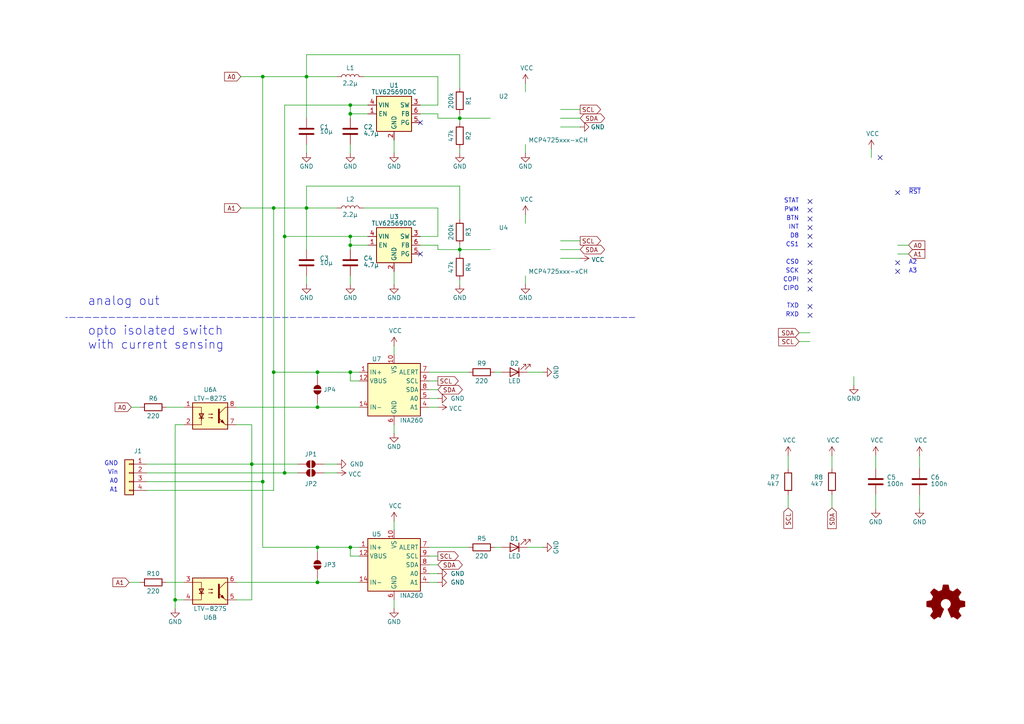
<source format=kicad_sch>
(kicad_sch (version 20231120) (generator "eeschema") (generator_version "8.0")
  (paper "A4")
  (title_block (title "ProMicro_ANA") (date "2020-06-01") (rev "v1.0") (company "nerdyscout"))
  (lib_symbols
    (symbol "Connector_Generic:Conn_01x04" (pin_names (offset 1.016) hide)
      (property "Reference" "J" (at 0 5.08 0))
      (property "Value" "Conn_01x04" (at 0 -7.62 0))
      (symbol "Conn_01x04_1_1"
        (rectangle (start -1.27 -4.953) (end 0 -5.207) (stroke (width 0.1524)))
        (rectangle (start -1.27 -2.413) (end 0 -2.667) (stroke (width 0.1524)))
        (rectangle (start -1.27 0.127) (end 0 -0.127) (stroke (width 0.1524)))
        (rectangle (start -1.27 2.667) (end 0 2.413) (stroke (width 0.1524)))
        (rectangle (start -1.27 3.81) (end 1.27 -6.35) (stroke (width 0.254)) (fill (type background)))
        (pin passive line (at -5.08 2.54 0) (length 3.81) (name "Pin_1") (number "1"))
        (pin passive line (at -5.08 0 0) (length 3.81) (name "Pin_2") (number "2"))
        (pin passive line (at -5.08 -2.54 0) (length 3.81) (name "Pin_3") (number "3"))
        (pin passive line (at -5.08 -5.08 0) (length 3.81) (name "Pin_4") (number "4"))
      )
    )
    (symbol "Device:C" (pin_numbers hide) (pin_names (offset 0.254))
      (property "Reference" "C" (at 0.635 2.54 0))
      (property "Value" "C" (at 0.635 -2.54 0))
      (symbol "C_0_1"
        (polyline (pts (xy -2.032 -0.762) (xy 2.032 -0.762)) (stroke (width 0.508)))
        (polyline (pts (xy -2.032 0.762) (xy 2.032 0.762)) (stroke (width 0.508)))
      )
      (symbol "C_1_1"
        (pin passive line (at 0 3.81 270) (length 2.794) (name "~") (number "1"))
        (pin passive line (at 0 -3.81 90) (length 2.794) (name "~") (number "2"))
      )
    )
    (symbol "Device:L" (pin_numbers hide) (pin_names (offset 1.016) hide)
      (property "Reference" "L" (at -1.27 0 90))
      (property "Value" "L" (at 1.905 0 90))
      (symbol "L_0_1"
        (arc (start 0 -2.54) (mid 0.6323 -1.905) (end 0 -1.27))
        (arc (start 0 -1.27) (mid 0.6323 -0.635) (end 0 0))
        (arc (start 0 0) (mid 0.6323 0.635) (end 0 1.27))
        (arc (start 0 1.27) (mid 0.6323 1.905) (end 0 2.54))
      )
      (symbol "L_1_1"
        (pin passive line (at 0 3.81 270) (length 1.27) (name "1") (number "1"))
        (pin passive line (at 0 -3.81 90) (length 1.27) (name "2") (number "2"))
      )
    )
    (symbol "Device:LED" (pin_numbers hide) (pin_names (offset 1.016) hide)
      (property "Reference" "D" (at 0 2.54 0))
      (property "Value" "LED" (at 0 -2.54 0))
      (symbol "LED_0_1"
        (polyline (pts (xy -1.27 -1.27) (xy -1.27 1.27)) (stroke (width 0.254)))
        (polyline (pts (xy -1.27 0) (xy 1.27 0)))
        (polyline (pts (xy 1.27 -1.27) (xy 1.27 1.27) (xy -1.27 0) (xy 1.27 -1.27)) (stroke (width 0.254)))
        (polyline (pts (xy -3.048 -0.762) (xy -4.572 -2.286) (xy -3.81 -2.286) (xy -4.572 -2.286) (xy -4.572 -1.524)))
        (polyline (pts (xy -1.778 -0.762) (xy -3.302 -2.286) (xy -2.54 -2.286) (xy -3.302 -2.286) (xy -3.302 -1.524)))
      )
      (symbol "LED_1_1"
        (pin passive line (at -3.81 0 0) (length 2.54) (name "K") (number "1"))
        (pin passive line (at 3.81 0 180) (length 2.54) (name "A") (number "2"))
      )
    )
    (symbol "Device:R" (pin_numbers hide) (pin_names (offset 0))
      (property "Reference" "R" (at 2.032 0 90))
      (property "Value" "R" (at 0 0 90))
      (symbol "R_0_1"
        (rectangle (start -1.016 -2.54) (end 1.016 2.54) (stroke (width 0.254)))
      )
      (symbol "R_1_1"
        (pin passive line (at 0 3.81 270) (length 1.27) (name "~") (number "1"))
        (pin passive line (at 0 -3.81 90) (length 1.27) (name "~") (number "2"))
      )
    )
    (symbol "Graphic:Logo_Open_Hardware_Small" (in_bom no) (on_board no)
      (symbol "Logo_Open_Hardware_Small_0_1"
        (polyline (pts (xy 3.3528 -4.3434) (xy 3.302 -4.318) (xy 3.175 -4.2418) (xy 2.9972 -4.1148) (xy 2.7686 -3.9624) (xy 2.54 -3.81) (xy 2.3622 -3.7084) (xy 2.2352 -3.6068) (xy 2.1844 -3.5814) (xy 2.159 -3.6068) (xy 2.0574 -3.6576) (xy 1.905 -3.7338) (xy 1.8034 -3.7846) (xy 1.6764 -3.8354) (xy 1.6002 -3.8354) (xy 1.6002 -3.8354) (xy 1.5494 -3.7338) (xy 1.4732 -3.5306) (xy 1.3462 -3.302) (xy 1.2446 -3.0226) (xy 1.1176 -2.7178) (xy 0.9652 -2.413) (xy 0.8636 -2.1082) (xy 0.7366 -1.8288) (xy 0.6604 -1.6256) (xy 0.6096 -1.4732) (xy 0.5842 -1.397) (xy 0.5842 -1.397) (xy 0.6604 -1.3208) (xy 0.7874 -1.2446) (xy 1.0414 -1.016) (xy 1.2954 -0.6858) (xy 1.4478 -0.3302) (xy 1.524 0.0762) (xy 1.4732 0.4572) (xy 1.3208 0.8128) (xy 1.0668 1.143) (xy 0.762 1.3716) (xy 0.4064 1.524) (xy 0 1.5748) (xy -0.381 1.5494) (xy -0.7366 1.397) (xy -1.0668 1.143) (xy -1.2192 0.9906) (xy -1.397 0.6604) (xy -1.524 0.3048) (xy -1.524 0.2286) (xy -1.4986 -0.1778) (xy -1.397 -0.5334) (xy -1.1938 -0.8636) (xy -0.9144 -1.143) (xy -0.8636 -1.1684) (xy -0.7366 -1.27) (xy -0.635 -1.3462) (xy -0.5842 -1.397) (xy -1.0668 -2.5908) (xy -1.143 -2.794) (xy -1.2954 -3.1242) (xy -1.397 -3.4036) (xy -1.4986 -3.6322) (xy -1.5748 -3.7846) (xy -1.6002 -3.8354) (xy -1.6002 -3.8354) (xy -1.651 -3.8354) (xy -1.7272 -3.81) (xy -1.905 -3.7338) (xy -2.0066 -3.683) (xy -2.1336 -3.6068) (xy -2.2098 -3.5814) (xy -2.2606 -3.6068) (xy -2.3622 -3.683) (xy -2.54 -3.81) (xy -2.7686 -3.9624) (xy -2.9718 -4.0894) (xy -3.1496 -4.2164) (xy -3.302 -4.318) (xy -3.3528 -4.3434) (xy -3.3782 -4.3434) (xy -3.429 -4.318) (xy -3.5306 -4.2164) (xy -3.7084 -4.064) (xy -3.937 -3.8354) (xy -3.9624 -3.81) (xy -4.1656 -3.6068) (xy -4.318 -3.4544) (xy -4.4196 -3.3274) (xy -4.445 -3.2766) (xy -4.445 -3.2766) (xy -4.4196 -3.2258) (xy -4.318 -3.0734) (xy -4.2164 -2.8956) (xy -4.064 -2.667) (xy -3.6576 -2.0828) (xy -3.8862 -1.5494) (xy -3.937 -1.3716) (xy -4.0386 -1.1684) (xy -4.0894 -1.0414) (xy -4.1148 -0.9652) (xy -4.191 -0.9398) (xy -4.318 -0.9144) (xy -4.5466 -0.8636) (xy -4.8006 -0.8128) (xy -5.0546 -0.7874) (xy -5.2578 -0.7366) (xy -5.4356 -0.7112) (xy -5.5118 -0.6858) (xy -5.5118 -0.6858) (xy -5.5372 -0.635) (xy -5.5372 -0.5588) (xy -5.5372 -0.4318) (xy -5.5626 -0.2286) (xy -5.5626 0.0762) (xy -5.5626 0.127) (xy -5.5372 0.4064) (xy -5.5372 0.635) (xy -5.5372 0.762) (xy -5.5372 0.8382) (xy -5.5372 0.8382) (xy -5.461 0.8382) (xy -5.3086 0.889) (xy -5.08 0.9144) (xy -4.826 0.9652) (xy -4.8006 0.9906) (xy -4.5466 1.0414) (xy -4.318 1.0668) (xy -4.1656 1.1176) (xy -4.0894 1.143) (xy -4.0894 1.143) (xy -4.0386 1.2446) (xy -3.9624 1.4224) (xy -3.8608 1.6256) (xy -3.7846 1.8288) (xy -3.7084 2.0066) (xy -3.6576 2.159) (xy -3.6322 2.2098) (xy -3.6322 2.2098) (xy -3.683 2.286) (xy -3.7592 2.413) (xy -3.8862 2.5908) (xy -4.064 2.8194) (xy -4.064 2.8448) (xy -4.2164 3.0734) (xy -4.3434 3.2512) (xy -4.4196 3.3782) (xy -4.445 3.4544) (xy -4.445 3.4544) (xy -4.3942 3.5052) (xy -4.2926 3.6322) (xy -4.1148 3.81) (xy -3.937 4.0132) (xy -3.8608 4.064) (xy -3.6576 4.2926) (xy -3.5052 4.4196) (xy -3.4036 4.4958) (xy -3.3528 4.5212) (xy -3.3528 4.5212) (xy -3.302 4.4704) (xy -3.1496 4.3688) (xy -2.9718 4.2418) (xy -2.7432 4.0894) (xy -2.7178 4.0894) (xy -2.4892 3.937) (xy -2.3114 3.81) (xy -2.1844 3.7084) (xy -2.1336 3.683) (xy -2.1082 3.683) (xy -2.032 3.7084) (xy -1.8542 3.7592) (xy -1.6764 3.8354) (xy -1.4732 3.937) (xy -1.27 4.0132) (xy -1.143 4.064) (xy -1.0668 4.1148) (xy -1.0668 4.1148) (xy -1.0414 4.191) (xy -1.016 4.3434) (xy -0.9652 4.572) (xy -0.9144 4.8514) (xy -0.889 4.9022) (xy -0.8382 5.1562) (xy -0.8128 5.3848) (xy -0.7874 5.5372) (xy -0.762 5.588) (xy -0.7112 5.6134) (xy -0.5842 5.6134) (xy -0.4064 5.6134) (xy -0.1524 5.6134) (xy 0.0762 5.6134) (xy 0.3302 5.6134) (xy 0.5334 5.6134) (xy 0.6858 5.588) (xy 0.7366 5.588) (xy 0.7366 5.588) (xy 0.762 5.5118) (xy 0.8128 5.334) (xy 0.8382 5.1054) (xy 0.9144 4.826) (xy 0.9144 4.7752) (xy 0.9652 4.5212) (xy 1.016 4.2926) (xy 1.0414 4.1402) (xy 1.0668 4.0894) (xy 1.0668 4.0894) (xy 1.1938 4.0386) (xy 1.3716 3.9624) (xy 1.5748 3.8608) (xy 2.0828 3.6576) (xy 2.7178 4.0894) (xy 2.7686 4.1402) (xy 2.9972 4.2926) (xy 3.175 4.4196) (xy 3.302 4.4958) (xy 3.3782 4.5212) (xy 3.3782 4.5212) (xy 3.429 4.4704) (xy 3.556 4.3434) (xy 3.7338 4.191) (xy 3.9116 3.9878) (xy 4.064 3.8354) (xy 4.2418 3.6576) (xy 4.3434 3.556) (xy 4.4196 3.4798) (xy 4.4196 3.429) (xy 4.4196 3.4036) (xy 4.3942 3.3274) (xy 4.2926 3.2004) (xy 4.1656 2.9972) (xy 4.0132 2.794) (xy 3.8862 2.5908) (xy 3.7592 2.3876) (xy 3.6576 2.2352) (xy 3.6322 2.159) (xy 3.6322 2.1336) (xy 3.683 2.0066) (xy 3.7592 1.8288) (xy 3.8608 1.6002) (xy 4.064 1.1176) (xy 4.3942 1.0414) (xy 4.5974 1.016) (xy 4.8768 0.9652) (xy 5.1308 0.9144) (xy 5.5372 0.8382) (xy 5.5626 -0.6604) (xy 5.4864 -0.6858) (xy 5.4356 -0.6858) (xy 5.2832 -0.7366) (xy 5.0546 -0.762) (xy 4.8006 -0.8128) (xy 4.5974 -0.8636) (xy 4.3688 -0.9144) (xy 4.2164 -0.9398) (xy 4.1402 -0.9398) (xy 4.1148 -0.9652) (xy 4.064 -1.0668) (xy 3.9878 -1.2446) (xy 3.9116 -1.4478) (xy 3.81 -1.651) (xy 3.7338 -1.8542) (xy 3.683 -2.0066) (xy 3.6576 -2.0828) (xy 3.683 -2.1336) (xy 3.7846 -2.2606) (xy 3.8862 -2.4638) (xy 4.0386 -2.667) (xy 4.191 -2.8956) (xy 4.318 -3.0734) (xy 4.3942 -3.2004) (xy 4.445 -3.2766) (xy 4.4196 -3.3274) (xy 4.3434 -3.429) (xy 4.1656 -3.5814) (xy 3.937 -3.8354) (xy 3.8862 -3.8608) (xy 3.683 -4.064) (xy 3.5306 -4.2164) (xy 3.4036 -4.318) (xy 3.3528 -4.3434)) (fill (type outline)))
      )
    )
    (symbol "Isolator:LTV-827S" (pin_names (offset 1.016))
      (property "Reference" "U" (at -3.81 5.08 0))
      (property "Value" "LTV-827S" (at 0 -5.08 0))
      (symbol "LTV-827S_0_1"
        (rectangle (start -5.08 3.81) (end 5.08 -3.81) (stroke (width 0.254)) (fill (type background)))
        (polyline (pts (xy -3.175 -0.635) (xy -1.905 -0.635)) (stroke (width 0.254)))
        (polyline (pts (xy 2.54 0.635) (xy 4.445 2.54)))
        (polyline (pts (xy 4.445 -2.54) (xy 2.54 -0.635)) (fill (type outline)))
        (polyline (pts (xy 4.445 -2.54) (xy 5.08 -2.54)))
        (polyline (pts (xy 4.445 2.54) (xy 5.08 2.54)))
        (polyline (pts (xy -2.54 -0.635) (xy -2.54 -2.54) (xy -5.08 -2.54)))
        (polyline (pts (xy 2.54 1.905) (xy 2.54 -1.905) (xy 2.54 -1.905)) (stroke (width 0.508)))
        (polyline (pts (xy -5.08 2.54) (xy -2.54 2.54) (xy -2.54 -1.27) (xy -2.54 0.635)))
        (polyline (pts (xy -2.54 -0.635) (xy -3.175 0.635) (xy -1.905 0.635) (xy -2.54 -0.635)) (stroke (width 0.254)))
        (polyline (pts (xy -0.508 -0.508) (xy 0.762 -0.508) (xy 0.381 -0.635) (xy 0.381 -0.381) (xy 0.762 -0.508)))
        (polyline (pts (xy -0.508 0.508) (xy 0.762 0.508) (xy 0.381 0.381) (xy 0.381 0.635) (xy 0.762 0.508)))
        (polyline (pts (xy 3.048 -1.651) (xy 3.556 -1.143) (xy 4.064 -2.159) (xy 3.048 -1.651) (xy 3.048 -1.651)) (fill (type outline)))
      )
      (symbol "LTV-827S_1_1"
        (pin passive line (at -7.62 2.54 0) (length 2.54) (name "~") (number "1"))
        (pin passive line (at -7.62 -2.54 0) (length 2.54) (name "~") (number "2"))
        (pin passive line (at 7.62 -2.54 180) (length 2.54) (name "~") (number "7"))
        (pin passive line (at 7.62 2.54 180) (length 2.54) (name "~") (number "8"))
      )
      (symbol "LTV-827S_2_1"
        (pin passive line (at -7.62 2.54 0) (length 2.54) (name "~") (number "3"))
        (pin passive line (at -7.62 -2.54 0) (length 2.54) (name "~") (number "4"))
        (pin passive line (at 7.62 -2.54 180) (length 2.54) (name "~") (number "5"))
        (pin passive line (at 7.62 2.54 180) (length 2.54) (name "~") (number "6"))
      )
    )
    (symbol "Jumper:SolderJumper_2_Open" (pin_numbers hide) (pin_names (offset 0) hide) (exclude_from_sim yes) (in_bom no)
      (property "Reference" "JP" (at 0 2.032 0))
      (property "Value" "SolderJumper_2_Open" (at 0 -2.54 0))
      (symbol "SolderJumper_2_Open_0_1"
        (arc (start -0.254 1.016) (mid -1.2656 0) (end -0.254 -1.016))
        (arc (start -0.254 1.016) (mid -1.2656 0) (end -0.254 -1.016) (fill (type outline)))
        (polyline (pts (xy -0.254 1.016) (xy -0.254 -1.016)))
        (polyline (pts (xy 0.254 1.016) (xy 0.254 -1.016)))
        (arc (start 0.254 -1.016) (mid 1.2656 0) (end 0.254 1.016))
        (arc (start 0.254 -1.016) (mid 1.2656 0) (end 0.254 1.016) (fill (type outline)))
      )
      (symbol "SolderJumper_2_Open_1_1"
        (pin passive line (at -3.81 0 0) (length 2.54) (name "A") (number "1"))
        (pin passive line (at 3.81 0 180) (length 2.54) (name "B") (number "2"))
      )
    )
    (symbol "Regulator_Switching:TLV62569DDC"
      (property "Reference" "U" (at -5.08 6.35 0))
      (property "Value" "TLV62569DDC" (at 0 6.35 0))
      (symbol "TLV62569DDC_0_1"
        (rectangle (start -5.08 5.08) (end 5.08 -5.08) (stroke (width 0.254)) (fill (type background)))
      )
      (symbol "TLV62569DDC_1_1"
        (pin input line (at -7.62 0 0) (length 2.54) (name "EN") (number "1"))
        (pin power_in line (at 0 -7.62 90) (length 2.54) (name "GND") (number "2"))
        (pin power_out line (at 7.62 2.54 180) (length 2.54) (name "SW") (number "3"))
        (pin power_in line (at -7.62 2.54 0) (length 2.54) (name "VIN") (number "4"))
        (pin open_collector line (at 7.62 -2.54 180) (length 2.54) (name "PG") (number "5"))
        (pin input line (at 7.62 0 180) (length 2.54) (name "FB") (number "6"))
      )
    )
    (symbol "Sensor:INA260"
      (property "Reference" "U" (at -6.35 8.89 0))
      (property "Value" "INA260" (at 2.54 8.89 0))
      (symbol "INA260_0_1"
        (rectangle (start -7.62 7.62) (end 7.62 -7.62) (stroke (width 0.254)) (fill (type background)))
      )
      (symbol "INA260_1_1"
        (pin passive line (at -10.16 5.08 0) (length 2.54) (name "IN+") (number "1"))
        (pin power_in line (at 0 10.16 270) (length 2.54) (name "VS") (number "10"))
        (pin passive line (at 0 -10.16 90) (length 2.54) hide (name "GND") (number "11"))
        (pin passive line (at -10.16 2.54 0) (length 2.54) (name "VBUS") (number "12"))
        (pin no_connect line (at 2.54 -7.62 90) (length 2.54) hide (name "NC") (number "13"))
        (pin passive line (at -10.16 -5.08 0) (length 2.54) (name "IN-") (number "14"))
        (pin passive line (at -10.16 -5.08 0) (length 2.54) hide (name "IN-") (number "15"))
        (pin passive line (at -10.16 -5.08 0) (length 2.54) hide (name "IN-") (number "16"))
        (pin passive line (at -10.16 5.08 0) (length 2.54) hide (name "IN+") (number "2"))
        (pin passive line (at -10.16 5.08 0) (length 2.54) hide (name "IN+") (number "3"))
        (pin input line (at 10.16 -5.08 180) (length 2.54) (name "A1") (number "4"))
        (pin input line (at 10.16 -2.54 180) (length 2.54) (name "A0") (number "5"))
        (pin power_in line (at 0 -10.16 90) (length 2.54) (name "GND") (number "6"))
        (pin open_collector line (at 10.16 5.08 180) (length 2.54) (name "ALERT") (number "7"))
        (pin bidirectional line (at 10.16 0 180) (length 2.54) (name "SDA") (number "8"))
        (pin input line (at 10.16 2.54 180) (length 2.54) (name "SCL") (number "9"))
      )
    )
    (symbol "power:GND" (power) (pin_numbers hide) (pin_names (offset 0) hide)
      (property "Value" "GND" (at 0 -3.81 0))
      (symbol "GND_0_1"
        (polyline (pts (xy 0 0) (xy 0 -1.27) (xy 1.27 -1.27) (xy 0 -2.54) (xy -1.27 -1.27) (xy 0 -1.27)))
      )
      (symbol "GND_1_1"
        (pin power_in line (at 0 0 270) (length 0) (name "~") (number "1"))
      )
    )
    (symbol "power:VCC" (power) (pin_numbers hide) (pin_names (offset 0) hide)
      (property "Value" "VCC" (at 0 3.556 0))
      (symbol "VCC_0_1"
        (polyline (pts (xy -0.762 1.27) (xy 0 2.54)))
        (polyline (pts (xy 0 0) (xy 0 2.54)))
        (polyline (pts (xy 0 2.54) (xy 0.762 1.27)))
      )
      (symbol "VCC_1_1"
        (pin power_in line (at 0 0 90) (length 0) (name "~") (number "1"))
      )
    )
  )
  (junction (at 73.025 134.62))
  (junction (at 133.35 72.39))
  (junction (at 101.6 71.12))
  (junction (at 133.35 34.29))
  (junction (at 76.2 22.225))
  (junction (at 101.6 107.95))
  (junction (at 92.075 107.95))
  (junction (at 92.075 158.75))
  (junction (at 101.6 33.02))
  (junction (at 76.2 139.7))
  (junction (at 82.55 68.58))
  (junction (at 92.075 118.11))
  (junction (at 101.6 158.75))
  (junction (at 79.375 107.95))
  (junction (at 101.6 68.58))
  (junction (at 79.375 60.325))
  (junction (at 88.9 22.225))
  (junction (at 50.8 173.99))
  (junction (at 101.6 30.48))
  (junction (at 88.9 60.325))
  (junction (at 92.075 168.91))
  (junction (at 82.55 137.16))
  (no_connect (at 260.35 55.88))
  (no_connect (at 234.95 58.42))
  (no_connect (at 234.95 66.04))
  (no_connect (at 121.92 73.66))
  (no_connect (at 234.95 81.28))
  (no_connect (at 234.95 68.58))
  (no_connect (at 255.27 45.72))
  (no_connect (at 234.95 76.2))
  (no_connect (at 234.95 78.74))
  (no_connect (at 234.95 60.96))
  (no_connect (at 234.95 91.44))
  (no_connect (at 260.35 76.2))
  (no_connect (at 260.35 78.74))
  (no_connect (at 234.95 88.9))
  (no_connect (at 234.95 71.12))
  (no_connect (at 121.92 35.56))
  (no_connect (at 234.95 63.5))
  (no_connect (at 234.95 83.82))
  (wire (pts (xy 152.4 82.55) (xy 152.4 80.01)))
  (wire (pts (xy 254 143.51) (xy 254 147.574)))
  (wire (pts (xy 133.35 34.29) (xy 142.24 34.29)))
  (wire (pts (xy 105.41 60.325) (xy 127 60.325)))
  (wire (pts (xy 42.545 142.24) (xy 79.375 142.24)))
  (wire (pts (xy 133.35 73.66) (xy 133.35 72.39)))
  (wire (pts (xy 92.075 168.91) (xy 104.14 168.91)))
  (wire (pts (xy 228.6 132.08) (xy 228.6 135.89)))
  (wire (pts (xy 127 33.02) (xy 127 34.29)))
  (wire (pts (xy 101.6 110.49) (xy 101.6 107.95)))
  (wire (pts (xy 92.075 116.84) (xy 92.075 118.11)))
  (wire (pts (xy 88.9 60.325) (xy 88.9 53.975)))
  (polyline (pts (xy 184.15 92.075) (xy 19.05 92.075)) (stroke (width 0) (type dash)))
  (wire (pts (xy 254 132.08) (xy 254 135.89)))
  (wire (pts (xy 133.35 34.29) (xy 133.35 33.02)))
  (wire (pts (xy 92.075 158.75) (xy 101.6 158.75)))
  (wire (pts (xy 114.3 82.55) (xy 114.3 78.74)))
  (wire (pts (xy 145.415 107.95) (xy 143.51 107.95)))
  (wire (pts (xy 124.46 118.11) (xy 127 118.11)))
  (wire (pts (xy 101.6 107.95) (xy 104.14 107.95)))
  (wire (pts (xy 82.55 68.58) (xy 82.55 137.16)))
  (wire (pts (xy 104.14 158.75) (xy 101.6 158.75)))
  (wire (pts (xy 127 60.325) (xy 127 68.58)))
  (wire (pts (xy 88.9 80.01) (xy 88.9 82.55)))
  (wire (pts (xy 266.7 132.08) (xy 266.7 135.89)))
  (wire (pts (xy 127 168.91) (xy 124.46 168.91)))
  (wire (pts (xy 68.58 118.11) (xy 92.075 118.11)))
  (wire (pts (xy 114.3 153.67) (xy 114.3 151.13)))
  (wire (pts (xy 88.9 22.225) (xy 76.2 22.225)))
  (wire (pts (xy 168.275 31.75) (xy 162.56 31.75)))
  (wire (pts (xy 152.4 44.45) (xy 152.4 41.91)))
  (wire (pts (xy 263.525 71.12) (xy 260.35 71.12)))
  (wire (pts (xy 101.6 33.02) (xy 101.6 30.48)))
  (wire (pts (xy 133.35 72.39) (xy 133.35 71.12)))
  (wire (pts (xy 101.6 71.12) (xy 101.6 68.58)))
  (wire (pts (xy 68.58 168.91) (xy 92.075 168.91)))
  (wire (pts (xy 92.075 160.02) (xy 92.075 158.75)))
  (wire (pts (xy 38.1 118.11) (xy 40.64 118.11)))
  (wire (pts (xy 76.2 139.7) (xy 42.545 139.7)))
  (wire (pts (xy 157.48 158.75) (xy 153.035 158.75)))
  (wire (pts (xy 127 71.12) (xy 127 72.39)))
  (wire (pts (xy 104.14 161.29) (xy 101.6 161.29)))
  (wire (pts (xy 105.41 22.225) (xy 127 22.225)))
  (wire (pts (xy 42.545 137.16) (xy 82.55 137.16)))
  (wire (pts (xy 114.3 176.53) (xy 114.3 173.99)))
  (wire (pts (xy 86.36 137.16) (xy 82.55 137.16)))
  (wire (pts (xy 168.275 74.93) (xy 162.56 74.93)))
  (wire (pts (xy 133.35 53.975) (xy 133.35 63.5)))
  (wire (pts (xy 101.6 30.48) (xy 106.68 30.48)))
  (wire (pts (xy 135.89 158.75) (xy 124.46 158.75)))
  (wire (pts (xy 231.775 99.06) (xy 234.95 99.06)))
  (wire (pts (xy 73.025 123.19) (xy 73.025 134.62)))
  (wire (pts (xy 121.92 71.12) (xy 127 71.12)))
  (wire (pts (xy 50.8 173.99) (xy 50.8 123.19)))
  (wire (pts (xy 127 163.83) (xy 124.46 163.83)))
  (wire (pts (xy 247.65 109.22) (xy 247.65 111.76)))
  (wire (pts (xy 127 115.57) (xy 124.46 115.57)))
  (wire (pts (xy 241.3 132.08) (xy 241.3 135.89)))
  (wire (pts (xy 76.2 158.75) (xy 76.2 139.7)))
  (wire (pts (xy 124.46 161.29) (xy 127 161.29)))
  (wire (pts (xy 133.35 82.55) (xy 133.35 81.28)))
  (wire (pts (xy 101.6 161.29) (xy 101.6 158.75)))
  (wire (pts (xy 88.9 72.39) (xy 88.9 60.325)))
  (wire (pts (xy 79.375 107.95) (xy 79.375 60.325)))
  (wire (pts (xy 127 113.03) (xy 124.46 113.03)))
  (wire (pts (xy 82.55 30.48) (xy 101.6 30.48)))
  (wire (pts (xy 92.075 167.64) (xy 92.075 168.91)))
  (wire (pts (xy 241.3 143.51) (xy 241.3 147.32)))
  (wire (pts (xy 101.6 44.45) (xy 101.6 41.91)))
  (wire (pts (xy 101.6 72.39) (xy 101.6 71.12)))
  (wire (pts (xy 82.55 68.58) (xy 101.6 68.58)))
  (wire (pts (xy 88.9 34.29) (xy 88.9 22.225)))
  (wire (pts (xy 88.9 41.91) (xy 88.9 44.45)))
  (wire (pts (xy 101.6 82.55) (xy 101.6 80.01)))
  (wire (pts (xy 101.6 34.29) (xy 101.6 33.02)))
  (wire (pts (xy 97.79 134.62) (xy 93.98 134.62)))
  (wire (pts (xy 114.3 44.45) (xy 114.3 40.64)))
  (wire (pts (xy 133.35 44.45) (xy 133.35 43.18)))
  (wire (pts (xy 50.8 176.53) (xy 50.8 173.99)))
  (wire (pts (xy 234.95 96.52) (xy 231.775 96.52)))
  (wire (pts (xy 127 72.39) (xy 133.35 72.39)))
  (wire (pts (xy 73.025 173.99) (xy 68.58 173.99)))
  (wire (pts (xy 97.79 60.325) (xy 88.9 60.325)))
  (wire (pts (xy 152.4 62.23) (xy 152.4 64.77)))
  (wire (pts (xy 127 34.29) (xy 133.35 34.29)))
  (wire (pts (xy 114.3 125.73) (xy 114.3 123.19)))
  (wire (pts (xy 133.35 35.56) (xy 133.35 34.29)))
  (wire (pts (xy 127 166.37) (xy 124.46 166.37)))
  (wire (pts (xy 114.3 102.87) (xy 114.3 100.33)))
  (wire (pts (xy 157.48 107.95) (xy 153.035 107.95)))
  (wire (pts (xy 76.2 22.225) (xy 76.2 139.7)))
  (wire (pts (xy 168.275 36.83) (xy 162.56 36.83)))
  (wire (pts (xy 260.35 73.66) (xy 263.525 73.66)))
  (wire (pts (xy 135.89 107.95) (xy 124.46 107.95)))
  (wire (pts (xy 88.9 53.975) (xy 133.35 53.975)))
  (wire (pts (xy 121.92 33.02) (xy 127 33.02)))
  (wire (pts (xy 101.6 68.58) (xy 106.68 68.58)))
  (wire (pts (xy 104.14 110.49) (xy 101.6 110.49)))
  (wire (pts (xy 168.275 69.85) (xy 162.56 69.85)))
  (wire (pts (xy 121.92 68.58) (xy 127 68.58)))
  (wire (pts (xy 48.26 168.91) (xy 53.34 168.91)))
  (wire (pts (xy 53.34 123.19) (xy 50.8 123.19)))
  (wire (pts (xy 76.2 158.75) (xy 92.075 158.75)))
  (wire (pts (xy 53.34 173.99) (xy 50.8 173.99)))
  (wire (pts (xy 48.26 118.11) (xy 53.34 118.11)))
  (wire (pts (xy 252.73 43.18) (xy 252.73 45.72)))
  (wire (pts (xy 145.415 158.75) (xy 143.51 158.75)))
  (wire (pts (xy 88.9 60.325) (xy 79.375 60.325)))
  (wire (pts (xy 266.7 143.51) (xy 266.7 147.574)))
  (wire (pts (xy 106.68 71.12) (xy 101.6 71.12)))
  (wire (pts (xy 92.075 107.95) (xy 79.375 107.95)))
  (wire (pts (xy 106.68 33.02) (xy 101.6 33.02)))
  (wire (pts (xy 86.36 134.62) (xy 73.025 134.62)))
  (wire (pts (xy 133.35 15.875) (xy 88.9 15.875)))
  (wire (pts (xy 69.85 22.225) (xy 76.2 22.225)))
  (wire (pts (xy 92.075 118.11) (xy 104.14 118.11)))
  (wire (pts (xy 68.58 123.19) (xy 73.025 123.19)))
  (wire (pts (xy 93.98 137.16) (xy 97.79 137.16)))
  (wire (pts (xy 73.025 134.62) (xy 42.545 134.62)))
  (wire (pts (xy 228.6 143.51) (xy 228.6 147.32)))
  (wire (pts (xy 69.85 60.325) (xy 79.375 60.325)))
  (wire (pts (xy 127 30.48) (xy 127 22.225)))
  (wire (pts (xy 121.92 30.48) (xy 127 30.48)))
  (wire (pts (xy 79.375 142.24) (xy 79.375 107.95)))
  (wire (pts (xy 88.9 15.875) (xy 88.9 22.225)))
  (wire (pts (xy 37.465 168.91) (xy 40.64 168.91)))
  (wire (pts (xy 133.35 72.39) (xy 142.24 72.39)))
  (wire (pts (xy 97.79 22.225) (xy 88.9 22.225)))
  (wire (pts (xy 162.56 34.29) (xy 168.275 34.29)))
  (wire (pts (xy 152.4 24.13) (xy 152.4 26.67)))
  (wire (pts (xy 73.025 134.62) (xy 73.025 173.99)))
  (wire (pts (xy 162.56 72.39) (xy 168.275 72.39)))
  (wire (pts (xy 82.55 68.58) (xy 82.55 30.48)))
  (wire (pts (xy 124.46 110.49) (xy 127 110.49)))
  (wire (pts (xy 92.075 109.22) (xy 92.075 107.95)))
  (wire (pts (xy 92.075 107.95) (xy 101.6 107.95)))
  (wire (pts (xy 133.35 15.875) (xy 133.35 25.4)))
  (text "RXD" (at 231.775 92.075 0) (effects (font (size 1.27 1.27)) (justify right bottom)))
  (text "INT" (at 231.775 66.675 0) (effects (font (size 1.27 1.27)) (justify right bottom)))
  (text "A2" (at 263.525 76.835 0) (effects (font (size 1.27 1.27)) (justify left bottom)))
  (text "A1" (at 34.29 142.875 0) (effects (font (size 1.27 1.27)) (justify right bottom)))
  (text "CS1" (at 231.775 71.755 0) (effects (font (size 1.27 1.27)) (justify right bottom)))
  (text "GND" (at 34.29 135.255 0) (effects (font (size 1.27 1.27)) (justify right bottom)))
  (text "opto isolated switch\nwith current sensing" (at 25.4 101.6 0) (effects (font (size 2.54 2.54)) (justify left bottom)))
  (text "CS0" (at 231.775 76.835 0) (effects (font (size 1.27 1.27)) (justify right bottom)))
  (text "analog out" (at 25.4 88.9 0) (effects (font (size 2.54 2.54)) (justify left bottom)))
  (text "COPI" (at 231.775 81.915 0) (effects (font (size 1.27 1.27)) (justify right bottom)))
  (text "CIPO" (at 231.775 84.455 0) (effects (font (size 1.27 1.27)) (justify right bottom)))
  (text "Vin" (at 34.29 137.795 0) (effects (font (size 1.27 1.27)) (justify right bottom)))
  (text "A0" (at 34.29 140.335 0) (effects (font (size 1.27 1.27)) (justify right bottom)))
  (text "TXD" (at 231.775 89.535 0) (effects (font (size 1.27 1.27)) (justify right bottom)))
  (text "PWM" (at 231.775 61.595 0) (effects (font (size 1.27 1.27)) (justify right bottom)))
  (text "BTN" (at 231.775 64.135 0) (effects (font (size 1.27 1.27)) (justify right bottom)))
  (text "SCK" (at 231.775 79.375 0) (effects (font (size 1.27 1.27)) (justify right bottom)))
  (text "A3" (at 263.525 79.375 0) (effects (font (size 1.27 1.27)) (justify left bottom)))
  (text "STAT" (at 231.775 59.055 0) (effects (font (size 1.27 1.27)) (justify right bottom)))
  (text "~{RST}" (at 263.525 56.515 0) (effects (font (size 1.27 1.27)) (justify left bottom)))
  (text "D8" (at 231.775 69.215 0) (effects (font (size 1.27 1.27)) (justify right bottom)))
  (global_label "SCL" (shape output) (at 127 161.29 0) (property "Intersheetrefs" "${INTERSHEET_REFS}" (effects (hide yes))))
  (global_label "A1" (shape input) (at 37.465 168.91 180) (property "Intersheetrefs" "${INTERSHEET_REFS}" (effects (hide yes))))
  (global_label "A0" (shape input) (at 263.525 71.12 0) (property "Intersheetrefs" "${INTERSHEET_REFS}" (effects (hide yes))))
  (global_label "SCL" (shape input) (at 228.6 147.32 270) (property "Intersheetrefs" "${INTERSHEET_REFS}" (effects (hide yes))))
  (global_label "SCL" (shape output) (at 168.275 69.85 0) (property "Intersheetrefs" "${INTERSHEET_REFS}" (effects (hide yes))))
  (global_label "SCL" (shape input) (at 231.775 99.06 180) (property "Intersheetrefs" "${INTERSHEET_REFS}" (effects (hide yes))))
  (global_label "SDA" (shape input) (at 231.775 96.52 180) (property "Intersheetrefs" "${INTERSHEET_REFS}" (effects (hide yes))))
  (global_label "A0" (shape input) (at 69.85 22.225 180) (property "Intersheetrefs" "${INTERSHEET_REFS}" (effects (hide yes))))
  (global_label "SCL" (shape output) (at 127 110.49 0) (property "Intersheetrefs" "${INTERSHEET_REFS}" (effects (hide yes))))
  (global_label "SDA" (shape bidirectional) (at 168.275 34.29 0) (property "Intersheetrefs" "${INTERSHEET_REFS}" (effects (hide yes))))
  (global_label "SDA" (shape bidirectional) (at 127 113.03 0) (property "Intersheetrefs" "${INTERSHEET_REFS}" (effects (hide yes))))
  (global_label "A1" (shape input) (at 263.525 73.66 0) (property "Intersheetrefs" "${INTERSHEET_REFS}" (effects (hide yes))))
  (global_label "SDA" (shape bidirectional) (at 127 163.83 0) (property "Intersheetrefs" "${INTERSHEET_REFS}" (effects (hide yes))))
  (global_label "A1" (shape input) (at 69.85 60.325 180) (property "Intersheetrefs" "${INTERSHEET_REFS}" (effects (hide yes))))
  (global_label "SCL" (shape output) (at 168.275 31.75 0) (property "Intersheetrefs" "${INTERSHEET_REFS}" (effects (hide yes))))
  (global_label "SDA" (shape input) (at 241.3 147.32 270) (property "Intersheetrefs" "${INTERSHEET_REFS}" (effects (hide yes))))
  (global_label "A0" (shape input) (at 38.1 118.11 180) (property "Intersheetrefs" "${INTERSHEET_REFS}" (effects (hide yes))))
  (global_label "SDA" (shape bidirectional) (at 168.275 72.39 0) (property "Intersheetrefs" "${INTERSHEET_REFS}" (effects (hide yes))))
  (symbol (lib_id "power:GND") (at 247.65 111.76 0) (unit 1)
    (property "Reference" "#PWR018" (effects (hide yes)))
    (property "Value" "GND" (at 247.65 115.57 0))
    (property "Description" "Power symbol creates a global label with name \"GND\" , ground" (effects (hide yes)))
  )
  (symbol (lib_id "power:GND") (at 254 147.574 0) (unit 1)
    (property "Reference" "#PWR028" (effects (hide yes)))
    (property "Value" "GND" (at 254 151.384 0))
    (property "Description" "Power symbol creates a global label with name \"GND\" , ground" (effects (hide yes)))
  )
  (symbol (lib_id "Device:C") (at 266.7 139.7 0) (unit 1)
    (property "Reference" "C6" (at 269.875 138.43 0) (effects (justify left)))
    (property "Value" "100n" (at 269.875 140.335 0) (effects (justify left)))
    (property "Footprint" "Capacitor_SMD:C_0603_1608Metric" (effects (hide yes)))
    (property "Description" "Unpolarized capacitor" (effects (hide yes)))
  )
  (symbol (lib_id "power:GND") (at 266.7 147.574 0) (unit 1)
    (property "Reference" "#PWR029" (effects (hide yes)))
    (property "Value" "GND" (at 266.7 151.384 0))
    (property "Description" "Power symbol creates a global label with name \"GND\" , ground" (effects (hide yes)))
  )
  (symbol (lib_id "Device:R") (at 241.3 139.7 180) (unit 1)
    (property "Reference" "R8" (at 238.76 138.43 0) (effects (justify left)))
    (property "Value" "4k7" (at 238.76 140.335 0) (effects (justify left)))
    (property "Footprint" "Resistor_SMD:R_0603_1608Metric" (effects (hide yes)))
    (property "Description" "Resistor" (effects (hide yes)))
    (property "MPN" "RC0402FR-074K7L" (effects (hide yes)))
    (property "lcsc#" "C105871" (effects (hide yes)))
  )
  (symbol (lib_id "Device:R") (at 228.6 139.7 180) (unit 1)
    (property "Reference" "R7" (at 226.06 138.43 0) (effects (justify left)))
    (property "Value" "4k7" (at 226.06 140.335 0) (effects (justify left)))
    (property "Footprint" "Resistor_SMD:R_0603_1608Metric" (effects (hide yes)))
    (property "Description" "Resistor" (effects (hide yes)))
    (property "MPN" "RC0402FR-074K7L" (effects (hide yes)))
  )
  (symbol (lib_id "Isolator:LTV-827S") (at 60.96 120.65 0) (unit 1)
    (property "Reference" "U6" (at 60.96 113.03 0))
    (property "Value" "LTV-827S" (at 60.96 115.57 0))
    (property "Footprint" "Package_DIP:SMDIP-8_W9.53mm" (effects (hide yes)))
    (property "Datasheet" "http://www.us.liteon.com/downloads/LTV-817-827-847.PDF" (effects (hide yes)))
    (property "Description" "DC Optocoupler, Vce 35V, CTR 50%, SMDIP-8" (effects (hide yes)))
  )
  (symbol (lib_id "Isolator:LTV-827S") (at 60.96 171.45 0) (unit 2)
    (property "Reference" "U6" (at 60.96 179.07 0))
    (property "Value" "LTV-827S" (at 60.96 176.53 0))
    (property "Footprint" "Package_DIP:SMDIP-8_W9.53mm" (effects (hide yes)))
    (property "Datasheet" "http://www.us.liteon.com/downloads/LTV-817-827-847.PDF" (effects (hide yes)))
    (property "Description" "DC Optocoupler, Vce 35V, CTR 50%, SMDIP-8" (effects (hide yes)))
  )
  (symbol (lib_id "power:GND") (at 50.8 176.53 0) (unit 1)
    (property "Reference" "#PWR034" (effects (hide yes)))
    (property "Value" "GND" (at 50.8 180.34 0))
    (property "Description" "Power symbol creates a global label with name \"GND\" , ground" (effects (hide yes)))
  )
  (symbol (lib_id "Sensor:INA260") (at 114.3 113.03 0) (unit 1)
    (property "Reference" "U7" (at 109.22 104.14 0))
    (property "Value" "INA260" (at 119.38 121.92 0))
    (property "Footprint" "Package_SO:TSSOP-16_4.4x5mm_P0.65mm" (effects (hide yes)))
    (property "Datasheet" "http://www.ti.com/lit/ds/symlink/ina260.pdf" (effects (hide yes)))
    (property "Description" "Current/power/voltage monitor with Integrated 2mΩ Shunt Resistor, 2.7V - 5.5V, I2C, TSSOP-16" (effects (hide yes)))
  )
  (symbol (lib_id "Sensor:INA260") (at 114.3 163.83 0) (unit 1)
    (property "Reference" "U5" (at 109.22 154.94 0))
    (property "Value" "INA260" (at 119.38 172.72 0))
    (property "Footprint" "Package_SO:TSSOP-16_4.4x5mm_P0.65mm" (effects (hide yes)))
    (property "Datasheet" "http://www.ti.com/lit/ds/symlink/ina260.pdf" (effects (hide yes)))
    (property "Description" "Current/power/voltage monitor with Integrated 2mΩ Shunt Resistor, 2.7V - 5.5V, I2C, TSSOP-16" (effects (hide yes)))
  )
  (symbol (lib_id "power:GND") (at 114.3 176.53 0) (unit 1)
    (property "Reference" "#PWR021" (effects (hide yes)))
    (property "Value" "GND" (at 114.3 180.34 0))
    (property "Description" "Power symbol creates a global label with name \"GND\" , ground" (effects (hide yes)))
  )
  (symbol (lib_id "power:GND") (at 114.3 125.73 0) (unit 1)
    (property "Reference" "#PWR035" (effects (hide yes)))
    (property "Value" "GND" (at 114.3 129.54 0))
    (property "Description" "Power symbol creates a global label with name \"GND\" , ground" (effects (hide yes)))
  )
  (symbol (lib_id "Connector_Generic:Conn_01x04") (at 37.465 137.16 0) (mirror y) (unit 1)
    (property "Reference" "J1" (at 40.005 130.81 0))
    (property "Value" "Conn_01x04" (effects (hide yes)))
    (property "Footprint" "TerminalBlock_Phoenix:TerminalBlock_Phoenix_MPT-0,5-4-2.54_1x04_P2.54mm_Horizontal" (effects (hide yes)))
    (property "Description" "Generic connector, single row, 01x04, script generated (kicad-library-utils/schlib/autogen/connector/)" (effects (hide yes)))
  )
  (symbol (lib_id "Device:R") (at 44.45 118.11 270) (unit 1)
    (property "Reference" "R6" (at 44.45 115.57 90))
    (property "Value" "220" (at 44.45 120.65 90))
    (property "Footprint" "Resistor_SMD:R_0603_1608Metric" (effects (hide yes)))
    (property "Description" "Resistor" (effects (hide yes)))
  )
  (symbol (lib_id "Device:R") (at 44.45 168.91 270) (unit 1)
    (property "Reference" "R10" (at 44.45 166.37 90))
    (property "Value" "220" (at 44.45 171.45 90))
    (property "Footprint" "Resistor_SMD:R_0603_1608Metric" (effects (hide yes)))
    (property "Description" "Resistor" (effects (hide yes)))
  )
  (symbol (lib_id "Device:L") (at 101.6 60.325 90) (unit 1)
    (property "Reference" "L2" (at 101.6 57.785 90))
    (property "Value" "2.2µ" (at 101.6 62.23 90))
    (property "Footprint" "Inductor_SMD:L_Bourns-SRN4018" (effects (hide yes)))
    (property "Description" "Inductor" (effects (hide yes)))
  )
  (symbol (lib_id "Device:C") (at 101.6 38.1 0) (unit 1)
    (property "Reference" "C2" (at 105.41 36.83 0) (effects (justify left)))
    (property "Value" "4.7µ" (at 105.41 38.735 0) (effects (justify left)))
    (property "Footprint" "Capacitor_SMD:C_0603_1608Metric" (effects (hide yes)))
    (property "Description" "Unpolarized capacitor" (effects (hide yes)))
  )
  (symbol (lib_id "Device:C") (at 88.9 38.1 0) (unit 1)
    (property "Reference" "C1" (at 92.71 36.83 0) (effects (justify left)))
    (property "Value" "10µ" (at 92.71 38.1 0) (effects (justify left)))
    (property "Footprint" "Capacitor_SMD:C_0603_1608Metric" (effects (hide yes)))
    (property "Description" "Unpolarized capacitor" (effects (hide yes)))
  )
  (symbol (lib_id "Device:R") (at 139.7 158.75 270) (unit 1)
    (property "Reference" "R5" (at 139.7 156.21 90))
    (property "Value" "220" (at 139.7 161.29 90))
    (property "Footprint" "Resistor_SMD:R_0603_1608Metric" (effects (hide yes)))
    (property "Description" "Resistor" (effects (hide yes)))
  )
  (symbol (lib_id "Device:LED") (at 149.225 158.75 180) (unit 1)
    (property "Reference" "D1" (at 149.225 156.21 0))
    (property "Value" "LED" (at 149.225 161.29 0))
    (property "Footprint" "LED_SMD:LED_0603_1608Metric" (effects (hide yes)))
    (property "Description" "Light emitting diode" (effects (hide yes)))
  )
  (symbol (lib_id "power:GND") (at 157.48 158.75 90) (unit 1)
    (property "Reference" "#PWR017" (effects (hide yes)))
    (property "Value" "GND" (at 161.29 158.75 0))
    (property "Description" "Power symbol creates a global label with name \"GND\" , ground" (effects (hide yes)))
  )
  (symbol (lib_id "Device:R") (at 139.7 107.95 270) (unit 1)
    (property "Reference" "R9" (at 139.7 105.41 90))
    (property "Value" "220" (at 139.7 110.49 90))
    (property "Footprint" "Resistor_SMD:R_0603_1608Metric" (effects (hide yes)))
    (property "Description" "Resistor" (effects (hide yes)))
  )
  (symbol (lib_id "Device:LED") (at 149.225 107.95 180) (unit 1)
    (property "Reference" "D2" (at 149.225 105.41 0))
    (property "Value" "LED" (at 149.225 110.49 0))
    (property "Footprint" "LED_SMD:LED_0603_1608Metric" (effects (hide yes)))
    (property "Description" "Light emitting diode" (effects (hide yes)))
  )
  (symbol (lib_id "power:GND") (at 157.48 107.95 90) (unit 1)
    (property "Reference" "#PWR031" (effects (hide yes)))
    (property "Value" "GND" (at 161.29 107.95 0))
    (property "Description" "Power symbol creates a global label with name \"GND\" , ground" (effects (hide yes)))
  )
  (symbol (lib_id "power:GND") (at 101.6 44.45 0) (unit 1)
    (property "Reference" "#PWR05" (effects (hide yes)))
    (property "Value" "GND" (at 101.6 48.26 0))
    (property "Description" "Power symbol creates a global label with name \"GND\" , ground" (effects (hide yes)))
  )
  (symbol (lib_id "power:GND") (at 88.9 44.45 0) (unit 1)
    (property "Reference" "#PWR04" (effects (hide yes)))
    (property "Value" "GND" (at 88.9 48.26 0))
    (property "Description" "Power symbol creates a global label with name \"GND\" , ground" (effects (hide yes)))
  )
  (symbol (lib_id "Device:C") (at 101.6 76.2 0) (unit 1)
    (property "Reference" "C4" (at 105.41 74.93 0) (effects (justify left)))
    (property "Value" "4.7µ" (at 105.41 76.835 0) (effects (justify left)))
    (property "Footprint" "Capacitor_SMD:C_0603_1608Metric" (effects (hide yes)))
    (property "Description" "Unpolarized capacitor" (effects (hide yes)))
  )
  (symbol (lib_id "Device:C") (at 88.9 76.2 0) (unit 1)
    (property "Reference" "C3" (at 92.71 74.93 0) (effects (justify left)))
    (property "Value" "10µ" (at 92.71 76.2 0) (effects (justify left)))
    (property "Footprint" "Capacitor_SMD:C_0603_1608Metric" (effects (hide yes)))
    (property "Description" "Unpolarized capacitor" (effects (hide yes)))
  )
  (symbol (lib_id "power:GND") (at 101.6 82.55 0) (unit 1)
    (property "Reference" "#PWR012" (effects (hide yes)))
    (property "Value" "GND" (at 101.6 86.36 0))
    (property "Description" "Power symbol creates a global label with name \"GND\" , ground" (effects (hide yes)))
  )
  (symbol (lib_id "power:GND") (at 88.9 82.55 0) (unit 1)
    (property "Reference" "#PWR011" (effects (hide yes)))
    (property "Value" "GND" (at 88.9 86.36 0))
    (property "Description" "Power symbol creates a global label with name \"GND\" , ground" (effects (hide yes)))
  )
  (symbol (lib_id "Regulator_Switching:TLV62569DDC") (at 114.3 71.12 0) (unit 1)
    (property "Reference" "U3" (at 114.3 62.865 0))
    (property "Value" "TLV62569DDC" (at 114.3 64.77 0))
    (property "Footprint" "Package_TO_SOT_SMD:SOT-23-6" (effects (hide yes)))
    (property "Datasheet" "http://www.ti.com/lit/ds/symlink/tlv62569.pdf" (effects (hide yes)))
    (property "Description" "High Efficiency Synchronous Buck Converter, Adjustable Output 0.6V-5.5V, 2A, SOT-23-6" (effects (hide yes)))
  )
  (symbol (lib_id "power:GND") (at 114.3 82.55 0) (unit 1)
    (property "Reference" "#PWR013" (effects (hide yes)))
    (property "Value" "GND" (at 114.3 86.36 0))
    (property "Description" "Power symbol creates a global label with name \"GND\" , ground" (effects (hide yes)))
  )
  (symbol (lib_id "Device:R") (at 133.35 67.31 180) (unit 1)
    (property "Reference" "R3" (at 135.89 67.31 90))
    (property "Value" "200k" (at 130.81 67.31 90))
    (property "Footprint" "Resistor_SMD:R_0603_1608Metric" (effects (hide yes)))
    (property "Description" "Resistor" (effects (hide yes)))
  )
  (symbol (lib_id "Device:R") (at 133.35 77.47 180) (unit 1)
    (property "Reference" "R4" (at 135.89 77.47 90))
    (property "Value" "47k" (at 130.81 77.47 90))
    (property "Footprint" "Resistor_SMD:R_0603_1608Metric" (effects (hide yes)))
    (property "Description" "Resistor" (effects (hide yes)))
  )
  (symbol (lib_id "power:GND") (at 133.35 82.55 0) (unit 1)
    (property "Reference" "#PWR014" (effects (hide yes)))
    (property "Value" "GND" (at 133.35 86.36 0))
    (property "Description" "Power symbol creates a global label with name \"GND\" , ground" (effects (hide yes)))
  )
  (symbol (lib_id "Device:L") (at 101.6 22.225 90) (unit 1)
    (property "Reference" "L1" (at 101.6 19.685 90))
    (property "Value" "2.2µ" (at 101.6 24.13 90))
    (property "Footprint" "Inductor_SMD:L_Bourns-SRN4018" (effects (hide yes)))
    (property "Description" "Inductor" (effects (hide yes)))
  )
  (symbol (lib_id "Regulator_Switching:TLV62569DDC") (at 114.3 33.02 0) (unit 1)
    (property "Reference" "U1" (at 114.3 24.765 0))
    (property "Value" "TLV62569DDC" (at 114.3 26.67 0))
    (property "Footprint" "Package_TO_SOT_SMD:SOT-23-6" (effects (hide yes)))
    (property "Datasheet" "http://www.ti.com/lit/ds/symlink/tlv62569.pdf" (effects (hide yes)))
    (property "Description" "High Efficiency Synchronous Buck Converter, Adjustable Output 0.6V-5.5V, 2A, SOT-23-6" (effects (hide yes)))
  )
  (symbol (lib_id "power:GND") (at 114.3 44.45 0) (unit 1)
    (property "Reference" "#PWR06" (effects (hide yes)))
    (property "Value" "GND" (at 114.3 48.26 0))
    (property "Description" "Power symbol creates a global label with name \"GND\" , ground" (effects (hide yes)))
  )
  (symbol (lib_id "Device:R") (at 133.35 29.21 180) (unit 1)
    (property "Reference" "R1" (at 135.89 29.21 90))
    (property "Value" "200k" (at 130.81 29.21 90))
    (property "Footprint" "Resistor_SMD:R_0603_1608Metric" (effects (hide yes)))
    (property "Description" "Resistor" (effects (hide yes)))
  )
  (symbol (lib_id "Device:R") (at 133.35 39.37 180) (unit 1)
    (property "Reference" "R2" (at 135.89 39.37 90))
    (property "Value" "47k" (at 130.81 39.37 90))
    (property "Footprint" "Resistor_SMD:R_0603_1608Metric" (effects (hide yes)))
    (property "Description" "Resistor" (effects (hide yes)))
  )
  (symbol (lib_id "power:GND") (at 133.35 44.45 0) (unit 1)
    (property "Reference" "#PWR07" (effects (hide yes)))
    (property "Value" "GND" (at 133.35 48.26 0))
    (property "Description" "Power symbol creates a global label with name \"GND\" , ground" (effects (hide yes)))
  )
  (symbol (lib_id "ProMicro:MCP4725xxx-xCH") (at 152.4 34.29 0) (mirror y) (unit 1)
    (property "Reference" "U2" (at 146.05 27.94 0))
    (property "Value" "MCP4725xxx-xCH" (at 161.925 40.64 0))
    (property "Footprint" "Package_TO_SOT_SMD:SOT-23-6" (effects (hide yes)))
    (property "Datasheet" "http://ww1.microchip.com/downloads/en/DeviceDoc/22039d.pdf" (effects (hide yes)))
  )
  (symbol (lib_id "power:GND") (at 152.4 44.45 0) (unit 1)
    (property "Reference" "#PWR08" (effects (hide yes)))
    (property "Value" "GND" (at 152.4 48.26 0))
    (property "Description" "Power symbol creates a global label with name \"GND\" , ground" (effects (hide yes)))
  )
  (symbol (lib_id "ProMicro:MCP4725xxx-xCH") (at 152.4 72.39 0) (mirror y) (unit 1)
    (property "Reference" "U4" (at 146.05 66.04 0))
    (property "Value" "MCP4725xxx-xCH" (at 161.925 78.74 0))
    (property "Footprint" "Package_TO_SOT_SMD:SOT-23-6" (effects (hide yes)))
    (property "Datasheet" "http://ww1.microchip.com/downloads/en/DeviceDoc/22039d.pdf" (effects (hide yes)))
  )
  (symbol (lib_id "power:GND") (at 152.4 82.55 0) (unit 1)
    (property "Reference" "#PWR015" (effects (hide yes)))
    (property "Value" "GND" (at 152.4 86.36 0))
    (property "Description" "Power symbol creates a global label with name \"GND\" , ground" (effects (hide yes)))
  )
  (symbol (lib_id "power:GND") (at 168.275 36.83 90) (unit 1)
    (property "Reference" "#PWR02" (effects (hide yes)))
    (property "Value" "GND" (at 173.355 36.83 90))
    (property "Description" "Power symbol creates a global label with name \"GND\" , ground" (effects (hide yes)))
  )
  (symbol (lib_id "power:GND") (at 97.79 134.62 90) (unit 1)
    (property "Reference" "#PWR026" (effects (hide yes)))
    (property "Value" "GND" (at 103.505 134.62 90))
    (property "Description" "Power symbol creates a global label with name \"GND\" , ground" (effects (hide yes)))
  )
  (symbol (lib_id "power:GND") (at 127 166.37 90) (unit 1)
    (property "Reference" "#PWR019" (effects (hide yes)))
    (property "Value" "GND" (at 132.715 166.37 90))
    (property "Description" "Power symbol creates a global label with name \"GND\" , ground" (effects (hide yes)))
  )
  (symbol (lib_id "power:GND") (at 127 115.57 90) (unit 1)
    (property "Reference" "#PWR032" (effects (hide yes)))
    (property "Value" "GND" (at 132.715 115.57 90))
    (property "Description" "Power symbol creates a global label with name \"GND\" , ground" (effects (hide yes)))
  )
  (symbol (lib_id "power:GND") (at 127 168.91 90) (unit 1)
    (property "Reference" "#PWR020" (effects (hide yes)))
    (property "Value" "GND" (at 132.715 168.91 90))
    (property "Description" "Power symbol creates a global label with name \"GND\" , ground" (effects (hide yes)))
  )
  (symbol (lib_id "ProMicro:Sparkfun_Pro_Micro") (at 247.65 76.2 0) (unit 1)
    (property "Reference" "A1" (at 238.76 46.99 0))
    (property "Value" "Sparkfun_Pro_Micro" (at 257.81 107.95 0))
    (property "Footprint" "Module:Sparkfun_Pro_Micro" (effects (hide yes)))
    (property "Datasheet" "https://cdn.sparkfun.com/datasheets/Dev/Arduino/Boards/Pro_Micro_v13b.pdf" (effects (hide yes)))
  )
  (symbol (lib_id "Graphic:Logo_Open_Hardware_Small") (at 274.32 175.26 0) (unit 1)
    (property "Reference" "LOGO1" (effects (hide yes)))
    (property "Value" "Logo_Open_Hardware_Small" (effects (hide yes)))
    (property "Footprint" "Symbol:OSHW-Symbol_6.7x6mm_SilkScreen" (effects (hide yes)))
    (property "Description" "Open Hardware logo, small" (effects (hide yes)))
    (property "Sim.Enable" "0" (effects (hide yes)))
  )
  (symbol (lib_id "Device:C") (at 254 139.7 0) (unit 1)
    (property "Reference" "C5" (at 257.175 138.43 0) (effects (justify left)))
    (property "Value" "100n" (at 257.175 140.335 0) (effects (justify left)))
    (property "Footprint" "Capacitor_SMD:C_0603_1608Metric" (effects (hide yes)))
    (property "Description" "Unpolarized capacitor" (effects (hide yes)))
  )
  (symbol (lib_id "Jumper:SolderJumper_2_Open") (at 90.17 134.62 0) (unit 1)
    (property "Reference" "JP1" (at 90.17 131.7498 0))
    (property "Value" "SolderJumper_2_Open" (effects (hide yes)))
    (property "Footprint" "Jumper:SolderJumper-2_P1.3mm_Open_RoundedPad1.0x1.5mm" (effects (hide yes)))
    (property "Description" "Solder Jumper, 2-pole, open" (effects (hide yes)))
  )
  (symbol (lib_id "Jumper:SolderJumper_2_Open") (at 90.17 137.16 0) (unit 1)
    (property "Reference" "JP2" (at 90.17 140.335 0))
    (property "Value" "SolderJumper_2_Open" (effects (hide yes)))
    (property "Footprint" "Jumper:SolderJumper-2_P1.3mm_Open_RoundedPad1.0x1.5mm" (effects (hide yes)))
    (property "Description" "Solder Jumper, 2-pole, open" (effects (hide yes)))
  )
  (symbol (lib_id "Jumper:SolderJumper_2_Open") (at 92.075 163.83 270) (unit 1)
    (property "Reference" "JP3" (at 93.8022 163.83 90) (effects (justify left)))
    (property "Value" "SolderJumper_2_Open" (effects (hide yes)))
    (property "Footprint" "Jumper:SolderJumper-2_P1.3mm_Open_RoundedPad1.0x1.5mm" (effects (hide yes)))
    (property "Description" "Solder Jumper, 2-pole, open" (effects (hide yes)))
  )
  (symbol (lib_id "Jumper:SolderJumper_2_Open") (at 92.075 113.03 270) (unit 1)
    (property "Reference" "JP4" (at 93.8022 113.03 90) (effects (justify left)))
    (property "Value" "SolderJumper_2_Open" (effects (hide yes)))
    (property "Footprint" "Jumper:SolderJumper-2_P1.3mm_Open_RoundedPad1.0x1.5mm" (effects (hide yes)))
    (property "Description" "Solder Jumper, 2-pole, open" (effects (hide yes)))
  )
  (symbol (lib_id "power:VCC") (at 97.79 137.16 270) (unit 1)
    (property "Reference" "#PWR0101" (effects (hide yes)))
    (property "Value" "VCC" (at 101.0412 137.541 90) (effects (justify left)))
    (property "Description" "Power symbol creates a global label with name \"VCC\"" (effects (hide yes)))
  )
  (symbol (lib_id "power:VCC") (at 252.73 43.18 0) (unit 1)
    (property "Reference" "#PWR0102" (effects (hide yes)))
    (property "Value" "VCC" (at 253.111 38.7858 0))
    (property "Description" "Power symbol creates a global label with name \"VCC\"" (effects (hide yes)))
  )
  (symbol (lib_id "power:VCC") (at 152.4 24.13 0) (unit 1)
    (property "Reference" "#PWR0103" (effects (hide yes)))
    (property "Value" "VCC" (at 152.781 19.7358 0))
    (property "Description" "Power symbol creates a global label with name \"VCC\"" (effects (hide yes)))
  )
  (symbol (lib_id "power:VCC") (at 152.4 62.23 0) (unit 1)
    (property "Reference" "#PWR0104" (effects (hide yes)))
    (property "Value" "VCC" (at 152.781 57.8358 0))
    (property "Description" "Power symbol creates a global label with name \"VCC\"" (effects (hide yes)))
  )
  (symbol (lib_id "power:VCC") (at 114.3 151.13 0) (unit 1)
    (property "Reference" "#PWR0105" (effects (hide yes)))
    (property "Value" "VCC" (at 114.681 146.7358 0))
    (property "Description" "Power symbol creates a global label with name \"VCC\"" (effects (hide yes)))
  )
  (symbol (lib_id "power:VCC") (at 114.3 100.33 0) (unit 1)
    (property "Reference" "#PWR0106" (effects (hide yes)))
    (property "Value" "VCC" (at 114.681 95.9358 0))
    (property "Description" "Power symbol creates a global label with name \"VCC\"" (effects (hide yes)))
  )
  (symbol (lib_id "power:VCC") (at 168.275 74.93 270) (unit 1)
    (property "Reference" "#PWR0107" (effects (hide yes)))
    (property "Value" "VCC" (at 171.5262 75.311 90) (effects (justify left)))
    (property "Description" "Power symbol creates a global label with name \"VCC\"" (effects (hide yes)))
  )
  (symbol (lib_id "power:VCC") (at 127 118.11 270) (unit 1)
    (property "Reference" "#PWR0108" (effects (hide yes)))
    (property "Value" "VCC" (at 130.2512 118.491 90) (effects (justify left)))
    (property "Description" "Power symbol creates a global label with name \"VCC\"" (effects (hide yes)))
  )
  (symbol (lib_id "power:VCC") (at 228.6 132.08 0) (unit 1)
    (property "Reference" "#PWR0109" (effects (hide yes)))
    (property "Value" "VCC" (at 228.981 127.6858 0))
    (property "Description" "Power symbol creates a global label with name \"VCC\"" (effects (hide yes)))
  )
  (symbol (lib_id "power:VCC") (at 241.3 132.08 0) (unit 1)
    (property "Reference" "#PWR0110" (effects (hide yes)))
    (property "Value" "VCC" (at 241.681 127.6858 0))
    (property "Description" "Power symbol creates a global label with name \"VCC\"" (effects (hide yes)))
  )
  (symbol (lib_id "power:VCC") (at 254 132.08 0) (unit 1)
    (property "Reference" "#PWR0111" (effects (hide yes)))
    (property "Value" "VCC" (at 254.381 127.6858 0))
    (property "Description" "Power symbol creates a global label with name \"VCC\"" (effects (hide yes)))
  )
  (symbol (lib_id "power:VCC") (at 266.7 132.08 0) (unit 1)
    (property "Reference" "#PWR0112" (effects (hide yes)))
    (property "Value" "VCC" (at 267.081 127.6858 0))
    (property "Description" "Power symbol creates a global label with name \"VCC\"" (effects (hide yes)))
  )
)
</source>
